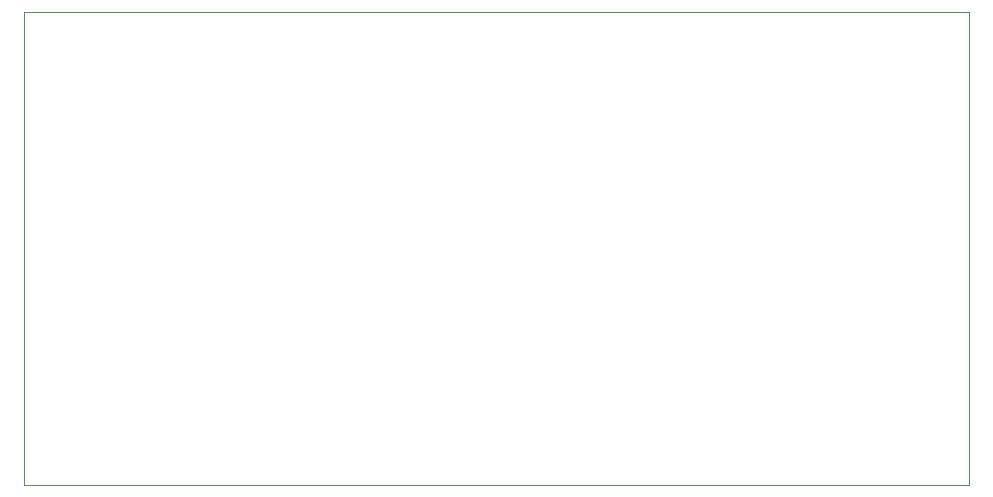
<source format=gbr>
%TF.GenerationSoftware,KiCad,Pcbnew,7.0.9*%
%TF.CreationDate,2023-11-22T23:33:49+00:00*%
%TF.ProjectId,signal_board,7369676e-616c-45f6-926f-6172642e6b69,rev?*%
%TF.SameCoordinates,Original*%
%TF.FileFunction,Profile,NP*%
%FSLAX46Y46*%
G04 Gerber Fmt 4.6, Leading zero omitted, Abs format (unit mm)*
G04 Created by KiCad (PCBNEW 7.0.9) date 2023-11-22 23:33:49*
%MOMM*%
%LPD*%
G01*
G04 APERTURE LIST*
%TA.AperFunction,Profile*%
%ADD10C,0.100000*%
%TD*%
G04 APERTURE END LIST*
D10*
X130000000Y-90000000D02*
X50000000Y-90000000D01*
X130000000Y-50000000D02*
X130000000Y-90000000D01*
X50000000Y-90000000D02*
X50000000Y-50000000D01*
X50000000Y-50000000D02*
X130000000Y-50000000D01*
M02*

</source>
